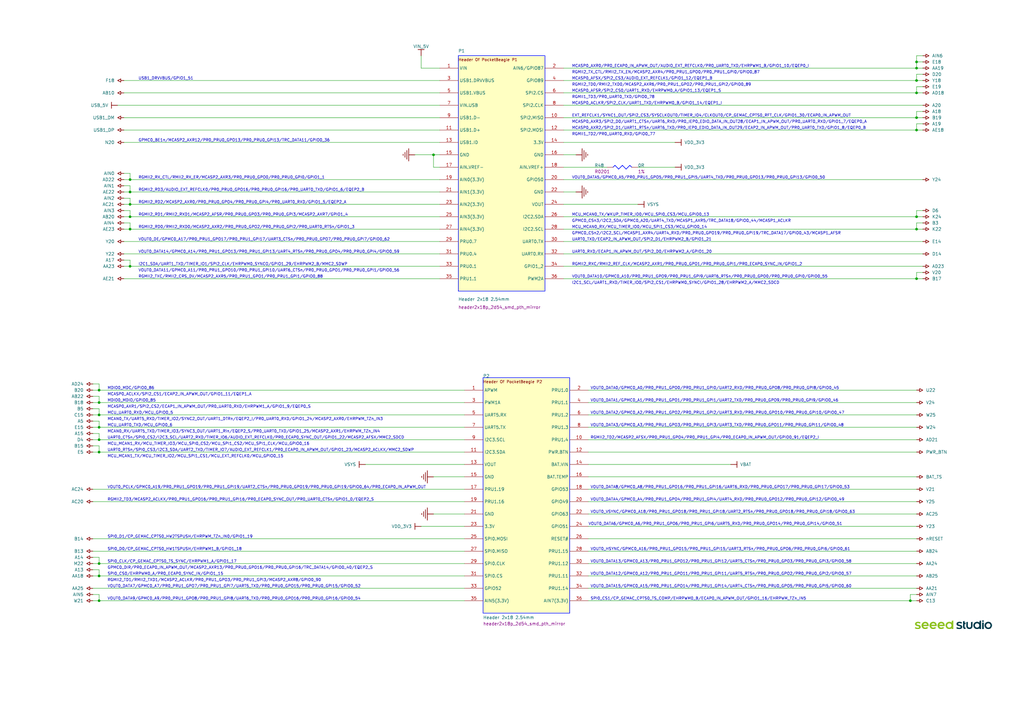
<source format=kicad_sch>
(kicad_sch (version 20231120) (generator "eeschema") (generator_version "8.0")
  (paper "User" 419.989 297.002)
  (junction (at 375.92 25.4))
  (junction (at 40.64 160.02))
  (junction (at 375.92 114.3))
  (junction (at 375.92 53.34))
  (junction (at 53.34 83.82))
  (junction (at 375.92 38.1))
  (junction (at 375.92 33.02))
  (junction (at 40.64 185.42))
  (junction (at 53.34 93.98))
  (junction (at 53.34 109.22))
  (junction (at 40.64 236.22))
  (junction (at 40.64 175.26))
  (junction (at 40.64 170.18))
  (junction (at 375.92 88.9))
  (junction (at 373.38 246.38))
  (junction (at 40.64 180.34))
  (junction (at 40.64 231.14))
  (junction (at 40.64 246.38))
  (junction (at 375.92 27.94))
  (junction (at 53.34 73.66))
  (junction (at 53.34 78.74))
  (junction (at 53.34 88.9))
  (junction (at 40.64 165.1))
  (junction (at 375.92 93.98))
  (junction (at 177.8 63.5))
  (junction (at 375.92 48.26))
  (wire (pts (xy 40.64 236.22) (xy 40.64 233.68)))
  (wire (pts (xy 231.14 93.98) (xy 375.92 93.98)))
  (wire (pts (xy 40.64 157.48) (xy 40.64 160.02)))
  (wire (pts (xy 38.1 167.64) (xy 40.64 167.64)))
  (wire (pts (xy 40.64 165.1) (xy 190.5 165.1)))
  (wire (pts (xy 180.34 43.18) (xy 48.26 43.18)))
  (wire (pts (xy 375.92 33.02) (xy 378.46 33.02)))
  (wire (pts (xy 38.1 185.42) (xy 40.64 185.42)))
  (wire (pts (xy 231.14 114.3) (xy 375.92 114.3)))
  (wire (pts (xy 38.1 165.1) (xy 40.64 165.1)))
  (wire (pts (xy 190.5 226.06) (xy 38.1 226.06)))
  (wire (pts (xy 170.18 63.5) (xy 177.8 63.5)))
  (wire (pts (xy 177.8 68.58) (xy 177.8 63.5)))
  (wire (pts (xy 40.64 182.88) (xy 38.1 182.88)))
  (wire (pts (xy 53.34 83.82) (xy 180.34 83.82)))
  (wire (pts (xy 375.92 215.9) (xy 241.3 215.9)))
  (wire (pts (xy 38.1 172.72) (xy 40.64 172.72)))
  (wire (pts (xy 299.72 190.5) (xy 241.3 190.5)))
  (wire (pts (xy 378.46 30.48) (xy 375.92 30.48)))
  (wire (pts (xy 375.92 45.72) (xy 375.92 48.26)))
  (wire (pts (xy 40.64 185.42) (xy 190.5 185.42)))
  (wire (pts (xy 50.8 86.36) (xy 53.34 86.36)))
  (wire (pts (xy 375.92 195.58) (xy 241.3 195.58)))
  (wire (pts (xy 375.92 210.82) (xy 241.3 210.82)))
  (wire (pts (xy 53.34 93.98) (xy 53.34 91.44)))
  (wire (pts (xy 53.34 81.28) (xy 50.8 81.28)))
  (wire (pts (xy 378.46 50.8) (xy 375.92 50.8)))
  (wire (pts (xy 375.92 93.98) (xy 378.46 93.98)))
  (wire (pts (xy 180.34 99.06) (xy 50.8 99.06)))
  (wire (pts (xy 375.92 86.36) (xy 375.92 88.9)))
  (wire (pts (xy 38.1 246.38) (xy 40.64 246.38)))
  (wire (pts (xy 231.14 88.9) (xy 375.92 88.9)))
  (wire (pts (xy 378.46 104.14) (xy 231.14 104.14)))
  (wire (pts (xy 190.5 220.98) (xy 38.1 220.98)))
  (wire (pts (xy 375.92 220.98) (xy 241.3 220.98)))
  (wire (pts (xy 180.34 58.42) (xy 50.8 58.42)))
  (wire (pts (xy 375.92 180.34) (xy 241.3 180.34)))
  (wire (pts (xy 375.92 185.42) (xy 241.3 185.42)))
  (wire (pts (xy 231.14 27.94) (xy 375.92 27.94)))
  (wire (pts (xy 231.14 33.02) (xy 375.92 33.02)))
  (wire (pts (xy 53.34 73.66) (xy 180.34 73.66)))
  (wire (pts (xy 378.46 73.66) (xy 231.14 73.66)))
  (wire (pts (xy 378.46 43.18) (xy 231.14 43.18)))
  (wire (pts (xy 375.92 241.3) (xy 241.3 241.3)))
  (wire (pts (xy 241.3 205.74) (xy 375.92 205.74)))
  (wire (pts (xy 180.34 104.14) (xy 50.8 104.14)))
  (wire (pts (xy 190.5 210.82) (xy 177.8 210.82)))
  (wire (pts (xy 53.34 91.44) (xy 50.8 91.44)))
  (wire (pts (xy 375.92 35.56) (xy 375.92 38.1)))
  (wire (pts (xy 375.92 50.8) (xy 375.92 53.34)))
  (wire (pts (xy 236.22 63.5) (xy 231.14 63.5)))
  (wire (pts (xy 40.64 231.14) (xy 190.5 231.14)))
  (wire (pts (xy 38.1 170.18) (xy 40.64 170.18)))
  (wire (pts (xy 378.46 99.06) (xy 231.14 99.06)))
  (wire (pts (xy 40.64 231.14) (xy 40.64 228.6)))
  (wire (pts (xy 248.92 68.58) (xy 231.14 68.58)))
  (wire (pts (xy 38.1 175.26) (xy 40.64 175.26)))
  (wire (pts (xy 40.64 246.38) (xy 40.64 243.84)))
  (wire (pts (xy 40.64 246.38) (xy 190.5 246.38)))
  (wire (pts (xy 375.92 38.1) (xy 378.46 38.1)))
  (wire (pts (xy 375.92 27.94) (xy 375.92 25.4)))
  (wire (pts (xy 378.46 35.56) (xy 375.92 35.56)))
  (wire (pts (xy 53.34 106.68) (xy 50.8 106.68)))
  (wire (pts (xy 378.46 111.76) (xy 375.92 111.76)))
  (wire (pts (xy 38.1 157.48) (xy 40.64 157.48)))
  (wire (pts (xy 261.62 83.82) (xy 231.14 83.82)))
  (wire (pts (xy 53.34 109.22) (xy 180.34 109.22)))
  (wire (pts (xy 40.64 180.34) (xy 40.64 177.8)))
  (wire (pts (xy 375.92 165.1) (xy 241.3 165.1)))
  (wire (pts (xy 53.34 71.12) (xy 50.8 71.12)))
  (wire (pts (xy 40.64 170.18) (xy 190.5 170.18)))
  (wire (pts (xy 180.34 38.1) (xy 50.8 38.1)))
  (wire (pts (xy 375.92 22.86) (xy 378.46 22.86)))
  (wire (pts (xy 375.92 200.66) (xy 241.3 200.66)))
  (wire (pts (xy 38.1 162.56) (xy 40.64 162.56)))
  (wire (pts (xy 378.46 86.36) (xy 375.92 86.36)))
  (wire (pts (xy 375.92 114.3) (xy 378.46 114.3)))
  (wire (pts (xy 375.92 25.4) (xy 375.92 22.86)))
  (wire (pts (xy 40.64 228.6) (xy 38.1 228.6)))
  (wire (pts (xy 375.92 160.02) (xy 241.3 160.02)))
  (wire (pts (xy 53.34 78.74) (xy 53.34 76.2)))
  (wire (pts (xy 375.92 236.22) (xy 241.3 236.22)))
  (wire (pts (xy 190.5 241.3) (xy 38.1 241.3)))
  (wire (pts (xy 38.1 200.66) (xy 190.5 200.66)))
  (wire (pts (xy 40.64 162.56) (xy 40.64 165.1)))
  (wire (pts (xy 378.46 91.44) (xy 375.92 91.44)))
  (wire (pts (xy 373.38 243.84) (xy 373.38 246.38)))
  (wire (pts (xy 375.92 53.34) (xy 378.46 53.34)))
  (wire (pts (xy 40.64 185.42) (xy 40.64 182.88)))
  (wire (pts (xy 180.34 33.02) (xy 50.8 33.02)))
  (wire (pts (xy 375.92 243.84) (xy 373.38 243.84)))
  (wire (pts (xy 53.34 93.98) (xy 180.34 93.98)))
  (wire (pts (xy 375.92 226.06) (xy 241.3 226.06)))
  (wire (pts (xy 53.34 73.66) (xy 53.34 71.12)))
  (wire (pts (xy 231.14 53.34) (xy 375.92 53.34)))
  (wire (pts (xy 375.92 111.76) (xy 375.92 114.3)))
  (wire (pts (xy 40.64 180.34) (xy 190.5 180.34)))
  (wire (pts (xy 236.22 78.74) (xy 231.14 78.74)))
  (wire (pts (xy 50.8 93.98) (xy 53.34 93.98)))
  (wire (pts (xy 375.92 231.14) (xy 241.3 231.14)))
  (wire (pts (xy 53.34 109.22) (xy 53.34 106.68)))
  (wire (pts (xy 50.8 73.66) (xy 53.34 73.66)))
  (wire (pts (xy 53.34 86.36) (xy 53.34 88.9)))
  (wire (pts (xy 180.34 27.94) (xy 172.72 27.94)))
  (wire (pts (xy 375.92 175.26) (xy 241.3 175.26)))
  (wire (pts (xy 38.1 231.14) (xy 40.64 231.14)))
  (wire (pts (xy 276.86 58.42) (xy 231.14 58.42)))
  (wire (pts (xy 40.64 177.8) (xy 38.1 177.8)))
  (wire (pts (xy 276.86 68.58) (xy 261.62 68.58)))
  (wire (pts (xy 172.72 27.94) (xy 172.72 22.86)))
  (wire (pts (xy 40.64 243.84) (xy 38.1 243.84)))
  (wire (pts (xy 40.64 175.26) (xy 190.5 175.26)))
  (wire (pts (xy 38.1 160.02) (xy 40.64 160.02)))
  (wire (pts (xy 190.5 190.5) (xy 149.86 190.5)))
  (wire (pts (xy 50.8 78.74) (xy 53.34 78.74)))
  (wire (pts (xy 53.34 76.2) (xy 50.8 76.2)))
  (wire (pts (xy 40.64 167.64) (xy 40.64 170.18)))
  (wire (pts (xy 50.8 83.82) (xy 53.34 83.82)))
  (wire (pts (xy 38.1 236.22) (xy 40.64 236.22)))
  (wire (pts (xy 38.1 180.34) (xy 40.64 180.34)))
  (wire (pts (xy 53.34 83.82) (xy 53.34 81.28)))
  (wire (pts (xy 231.14 48.26) (xy 375.92 48.26)))
  (wire (pts (xy 378.46 45.72) (xy 375.92 45.72)))
  (wire (pts (xy 40.64 236.22) (xy 190.5 236.22)))
  (wire (pts (xy 53.34 78.74) (xy 180.34 78.74)))
  (wire (pts (xy 190.5 215.9) (xy 172.72 215.9)))
  (wire (pts (xy 373.38 246.38) (xy 375.92 246.38)))
  (wire (pts (xy 231.14 38.1) (xy 375.92 38.1)))
  (wire (pts (xy 375.92 88.9) (xy 378.46 88.9)))
  (wire (pts (xy 180.34 68.58) (xy 177.8 68.58)))
  (wire (pts (xy 378.46 109.22) (xy 231.14 109.22)))
  (wire (pts (xy 40.64 233.68) (xy 38.1 233.68)))
  (wire (pts (xy 40.64 160.02) (xy 190.5 160.02)))
  (wire (pts (xy 177.8 63.5) (xy 180.34 63.5)))
  (wire (pts (xy 190.5 195.58) (xy 177.8 195.58)))
  (wire (pts (xy 53.34 88.9) (xy 180.34 88.9)))
  (wire (pts (xy 378.46 25.4) (xy 375.92 25.4)))
  (wire (pts (xy 50.8 88.9) (xy 53.34 88.9)))
  (wire (pts (xy 40.64 172.72) (xy 40.64 175.26)))
  (wire (pts (xy 190.5 205.74) (xy 38.1 205.74)))
  (wire (pts (xy 375.92 27.94) (xy 378.46 27.94)))
  (wire (pts (xy 180.34 48.26) (xy 50.8 48.26)))
  (wire (pts (xy 375.92 48.26) (xy 378.46 48.26)))
  (wire (pts (xy 50.8 109.22) (xy 53.34 109.22)))
  (wire (pts (xy 180.34 53.34) (xy 50.8 53.34)))
  (wire (pts (xy 375.92 170.18) (xy 241.3 170.18)))
  (wire (pts (xy 375.92 30.48) (xy 375.92 33.02)))
  (wire (pts (xy 241.3 246.38) (xy 373.38 246.38)))
  (wire (pts (xy 375.92 91.44) (xy 375.92 93.98)))
  (wire (pts (xy 180.34 114.3) (xy 50.8 114.3)))
  (image (at 390.9945 256.413) (scale 0.481127))
  (text_box "VOUT0_DATA13/GPMC0_A13/PR0_PRU1_GPO12/PR0_PRU1_GPI12/UART5_CTSn/PR0_PRU0_GPO3/PR0_PRU0_GPI3/GPIO0_58\n" (at 368.808 230.886 0) (size -127.508 -2.286) (stroke (width -0.0001) (color 0 0 0 1)) (effects (font (size 1.143 1.143)) (justify left top)))
  (text_box "RGMII1_TD2/PR0_UART0_RXD/GPIO0_77\n" (at 276.098 55.626 0) (size -42.418 -2.286) (stroke (width -0.0001) (color 0 0 0 1)) (effects (font (size 1.143 1.143)) (justify left top)))
  (text_box "MCASP0_ACLKX/SPI2_CS1/ECAP2_IN_APWM_OUT/GPIO1_11/EQEP1_A\n" (at 114.808 162.306 0) (size -71.628 -2.286) (stroke (width -0.0001) (color 0 0 0 1)) (effects (font (size 1.143 1.143)) (justify left top)))
  (text_box "I2C1_SCL/UART1_RXD/TIMER_IO0/SPI2_CS1/EHRPWM0_SYNCI/GPIO1_28/EHRPWM2_A/MMC2_SDCD\n" (at 335.788 116.586 0) (size -102.108 -2.286) (stroke (width -0.0001) (color 0 0 0 1)) (effects (font (size 1.143 1.143)) (justify left top)))
  (text_box "VOUT0_DATA14/GPMC0_A14/PR0_PRU1_GPO13/PR0_PRU1_GPI13/UART4_RTSn/PR0_PRU0_GPO4/PR0_PRU0_GPI4/GPIO0_59\n" (at 183.388 103.886 0) (size -127.508 -2.286) (stroke (width -0.0001) (color 0 0 0 1)) (effects (font (size 1.143 1.143)) (justify left top)))
  (text_box "GPMC0_CSn2/I2C2_SCL/MCASP1_AXR4/UART4_RXD/PR0_PRU0_GPO19/PR0_PRU0_GPI19/TRC_DATA17/GPIO0_43/MCASP1_AFSR\n" (at 364.998 96.266 0) (size -131.318 -2.286) (stroke (width -0.0001) (color 0 0 0 1)) (effects (font (size 1.143 1.143)) (justify left top)))
  (text_box "MCASP0_ACLKR/SPI2_CLK/UART1_TXD/EHRPWM0_B/GPIO1_14/EQEP1_I\n" (at 307.848 42.926 0) (size -74.168 -2.286) (stroke (width -0.0001) (color 0 0 0 1)) (effects (font (size 1.143 1.143)) (justify left top)))
  (text_box "VOUT0_DATA7/GPMC0_A7/PR0_PRU1_GPO7/PR0_PRU1_GPI7/UART5_TXD/PR0_PRU0_GPO15/PR0_PRU0_GPI15/GPIO0_52\n" (at 166.878 241.046 0) (size -123.698 -2.286) (stroke (width -0.0001) (color 0 0 0 1)) (effects (font (size 1.143 1.143)) (justify left top)))
  (text_box "VOUT0_DATA9/GPMC0_A9/PR0_PRU1_GPO8/PR0_PRU1_GPI8/UART6_TXD/PR0_PRU0_GPO16/PR0_PRU0_GPI16/GPIO0_54\n" (at 166.878 246.126 0) (size -123.698 -2.286) (stroke (width -0.0001) (color 0 0 0 1)) (effects (font (size 1.143 1.143)) (justify left top)))
  (text_box "GPMC0_CSn3/I2C2_SDA/GPMC0_A20/UART4_TXD/MCASP1_AXR5/TRC_DATA18/GPIO0_44/MCASP1_ACLKR\n" (at 340.868 91.186 0) (size -107.188 -2.286) (stroke (width -0.0001) (color 0 0 0 1)) (effects (font (size 1.143 1.143)) (justify left top)))
  (text_box "VOUT0_DATA5/GPMC0_A5/PR0_PRU1_GPO5/PR0_PRU1_GPI5/UART4_TXD/PR0_PRU0_GPO13/PR0_PRU0_GPI13/GPIO0_50\n" (at 357.378 73.406 0) (size -123.698 -2.286) (stroke (width -0.0001) (color 0 0 0 1)) (effects (font (size 1.143 1.143)) (justify left top)))
  (text_box "VOUT0_DATA4/GPMC0_A4/PR0_PRU1_GPO4/PR0_PRU1_GPI4/UART4_RXD/PR0_PRU0_GPO12/PR0_PRU0_GPI12/GPIO0_49\n" (at 364.998 205.486 0) (size -123.698 -2.286) (stroke (width -0.0001) (color 0 0 0 1)) (effects (font (size 1.143 1.143)) (justify left top)))
  (text_box "UART0_CTSn/SPI0_CS2/I2C3_SCL/UART2_RXD/TIMER_IO6/AUDIO_EXT_REFCLK0/PR0_ECAP0_SYNC_OUT/GPIO1_22/MCASP2_AFSX/MMC2_SDCD\n" (at 191.008 180.086 0) (size -147.828 -2.286) (stroke (width -0.0001) (color 0 0 0 1)) (effects (font (size 1.143 1.143)) (justify left top)))
  (text_box "MCU_UART0_TXD/MCU_GPIO0_6\n" (at 75.438 175.006 0) (size -32.258 -2.286) (stroke (width -0.0001) (color 0 0 0 1)) (effects (font (size 1.143 1.143)) (justify left top)))
  (text_box "GPMC0_DIR/PR0_ECAP0_IN_APWM_OUT/MCASP2_AXR13/PR0_PRU0_GPO16/PR0_PRU0_GPI16/TRC_DATA14/GPIO0_40/EQEP2_S\n" (at 173.228 233.426 0) (size -130.048 -2.286) (stroke (width -0.0001) (color 0 0 0 1)) (effects (font (size 1.143 1.143)) (justify left top)))
  (text_box "VOUT0_DE/GPMC0_A17/PR0_PRU1_GPO17/PR0_PRU1_GPI17/UART3_CTSn/PR0_PRU0_GPO7/PR0_PRU0_GPI7/GPIO0_62\n" (at 178.308 98.806 0) (size -122.428 -2.286) (stroke (width -0.0001) (color 0 0 0 1)) (effects (font (size 1.143 1.143)) (justify left top)))
  (text_box "VOUT0_VSYNC/GPMC0_A18/PR0_PRU1_GPO18/PR0_PRU1_GPI18/UART2_RTSn/PR0_PRU0_GPO18/PR0_PRU0_GPI18/GPIO0_63\n" (at 370.078 210.566 0) (size -128.778 -2.286) (stroke (width -0.0001) (color 0 0 0 1)) (effects (font (size 1.143 1.143)) (justify left top)))
  (text_box "RGMII2_RD3/AUDIO_EXT_REFCLK0/PR0_PRU0_GPO16/PR0_PRU0_GPI16/PR0_UART0_TXD/GPIO1_6/EQEP2_B\n" (at 168.148 78.486 0) (size -112.268 -2.286) (stroke (width -0.0001) (color 0 0 0 1)) (effects (font (size 1.143 1.143)) (justify left top)))
  (text_box "MCASP0_AFSR/SPI2_CS0/UART1_RXD/EHRPWM0_A/GPIO1_13/EQEP1_S\n" (at 306.578 37.846 0) (size -72.898 -2.286) (stroke (width -0.0001) (color 0 0 0 1)) (effects (font (size 1.143 1.143)) (justify left top)))
  (text_box "VOUT0_DATA10/GPMC0_A10/PR0_PRU1_GPO9/PR0_PRU1_GPI9/UART6_RTSn/PR0_PRU0_GPO0/PR0_PRU0_GPI0/GPIO0_55\n" (at 358.648 114.046 0) (size -124.968 -2.286) (stroke (width -0.0001) (color 0 0 0 1)) (effects (font (size 1.143 1.143)) (justify left top)))
  (text_box "MCASP0_AXR0/PR0_ECAP0_IN_APWM_OUT/AUDIO_EXT_REFCLK0/PR0_UART0_TXD/EHRPWM1_B/GPIO1_10/EQEP0_I\n" (at 351.028 27.686 0) (size -117.348 -2.286) (stroke (width -0.0001) (color 0 0 0 1)) (effects (font (size 1.143 1.143)) (justify left top)))
  (text_box "SPI0_CLK/CP_GEMAC_CPTS0_TS_SYNC/EHRPWM1_A/GPIO1_17\n" (at 107.188 230.886 0) (size -64.008 -2.286) (stroke (width -0.0001) (color 0 0 0 1)) (effects (font (size 1.143 1.143)) (justify left top)))
  (text_box "MCASP0_AFSX/SPI2_CS3/AUDIO_EXT_REFCLK1/GPIO1_12/EQEP1_B\n" (at 304.038 32.766 0) (size -70.358 -2.286) (stroke (width -0.0001) (color 0 0 0 1)) (effects (font (size 1.143 1.143)) (justify left top)))
  (text_box "USB1_DRVVBUS/GPIO1_51\n" (at 83.058 32.766 0) (size -27.178 -2.286) (stroke (width -0.0001) (color 0 0 0 1)) (effects (font (size 1.143 1.143)) (justify left top)))
  (text_box "RGMII2_TD2/MCASP2_AFSX/PR0_PRU1_GPO4/PR0_PRU1_GPI4/PR0_ECAP0_IN_APWM_OUT/GPIO0_91/EQEP2_I\n" (at 354.838 180.086 0) (size -113.538 -2.286) (stroke (width -0.0001) (color 0 0 0 1)) (effects (font (size 1.143 1.143)) (justify left top)))
  (text_box "VOUT0_DATA15/GPMC0_A15/PR0_PRU1_GPO14/PR0_PRU1_GPI14/UART4_CTSn/PR0_PRU0_GPO5/PR0_PRU0_GPI5/GPIO0_60\n" (at 368.808 241.046 0) (size -127.508 -2.286) (stroke (width -0.0001) (color 0 0 0 1)) (effects (font (size 1.143 1.143)) (justify left top)))
  (text_box "VOUT0_DATA1/GPMC0_A1/PR0_PRU1_GPO1/PR0_PRU1_GPI1/UART2_TXD/PR0_PRU0_GPO9/PR0_PRU0_GPI9/GPIO0_46\n" (at 362.458 164.846 0) (size -121.158 -2.286) (stroke (width -0.0001) (color 0 0 0 1)) (effects (font (size 1.143 1.143)) (justify left top)))
  (text_box "VOUT0_DATA3/GPMC0_A3/PR0_PRU1_GPO3/PR0_PRU1_GPI3/UART3_TXD/PR0_PRU0_GPO11/PR0_PRU0_GPI11/GPIO0_48\n" (at 364.998 175.006 0) (size -123.698 -2.286) (stroke (width -0.0001) (color 0 0 0 1)) (effects (font (size 1.143 1.143)) (justify left top)))
  (text_box "MCASP0_AXR3/SPI2_D0/UART1_CTSn/UART6_RXD/PR0_IEP0_EDIO_DATA_IN_OUT28/ECAP1_IN_APWM_OUT/PR0_UART0_RXD/GPIO1_7/EQEP0_A\n" (at 381.508 50.546 0) (size -147.828 -2.286) (stroke (width -0.0001) (color 0 0 0 1)) (effects (font (size 1.143 1.143)) (justify left top)))
  (text_box "VOUT0_DATA11/GPMC0_A11/PR0_PRU1_GPO10/PR0_PRU1_GPI10/UART6_CTSn/PR0_PRU0_GPO1/PR0_PRU0_GPI1/GPIO0_56\n" (at 183.388 111.506 0) (size -127.508 -2.286) (stroke (width -0.0001) (color 0 0 0 1)) (effects (font (size 1.143 1.143)) (justify left top)))
  (text_box "RGMII2_TD0/RMII2_TXD0/MCASP2_AXR6/PR0_PRU1_GPO2/PR0_PRU1_GPI2/GPIO0_89\n" (at 323.088 35.306 0) (size -89.408 -2.286) (stroke (width -0.0001) (color 0 0 0 1)) (effects (font (size 1.143 1.143)) (justify left top)))
  (text_box "MCU_MCAN1_TX/MCU_TIMER_IO2/MCU_SPI1_CS1/MCU_EXT_REFCLK0/MCU_GPIO0_15\n" (at 130.048 187.706 0) (size -86.868 -2.286) (stroke (width -0.0001) (color 0 0 0 1)) (effects (font (size 1.143 1.143)) (justify left top)))
  (text_box "I2C1_SDA/UART1_TXD/TIMER_IO1/SPI2_CLK/EHRPWM0_SYNCO/GPIO1_29/EHRPWM2_B/MMC2_SDWP\n" (at 157.988 108.966 0) (size -102.108 -2.286) (stroke (width -0.0001) (color 0 0 0 1)) (effects (font (size 1.143 1.143)) (justify left top)))
  (text_box "RGMII2_RD1/RMII2_RXD1/MCASP2_AFSR/PR0_PRU0_GPO3/PR0_PRU0_GPI3/MCASP2_AXR7/GPIO1_4\n" (at 159.258 88.646 0) (size -103.378 -2.286) (stroke (width -0.0001) (color 0 0 0 1)) (effects (font (size 1.143 1.143)) (justify left top)))
  (text_box "MCU_UART0_RXD/MCU_GPIO0_5\n" (at 75.438 169.926 0) (size -32.258 -2.286) (stroke (width -0.0001) (color 0 0 0 1)) (effects (font (size 1.143 1.143)) (justify left top)))
  (text_box "RGMII2_RXC/RMII2_REF_CLK/MCASP2_AXR1/PR0_PRU0_GPO1/PR0_PRU0_GPI1/PR0_ECAP0_SYNC_IN/GPIO1_2\n" (at 348.488 108.966 0) (size -114.808 -2.286) (stroke (width -0.0001) (color 0 0 0 1)) (effects (font (size 1.143 1.143)) (justify left top)))
  (text_box "RGMII2_RD0/RMII2_RXD0/MCASP2_AXR2/PR0_PRU0_GPO2/PR0_PRU0_GPI2/PR0_UART0_RTSn/GPIO1_3\n" (at 163.068 93.726 0) (size -107.188 -2.286) (stroke (width -0.0001) (color 0 0 0 1)) (effects (font (size 1.143 1.143)) (justify left top)))
  (text_box "MCASP0_AXR1/SPI2_CS2/ECAP1_IN_APWM_OUT/PR0_UART0_RXD/EHRPWM1_A/GPIO1_9/EQEP0_S\n" (at 142.748 167.386 0) (size -99.568 -2.286) (stroke (width -0.0001) (color 0 0 0 1)) (effects (font (size 1.143 1.143)) (justify left top)))
  (text_box "MDIO0_MDIO/GPIO0_85\n" (at 67.818 164.846 0) (size -24.638 -2.286) (stroke (width -0.0001) (color 0 0 0 1)) (effects (font (size 1.143 1.143)) (justify left top)))
  (text_box "SPI0_D0/CP_GEMAC_CPTS0_HW1TSPUSH/EHRPWM1_B/GPIO1_18\n" (at 108.458 225.806 0) (size -65.278 -2.286) (stroke (width -0.0001) (color 0 0 0 1)) (effects (font (size 1.143 1.143)) (justify left top)))
  (text_box "SPI0_CS0/EHRPWM0_A/PR0_ECAP0_SYNC_IN/GPIO1_15\n" (at 100.838 235.966 0) (size -57.658 -2.286) (stroke (width -0.0001) (color 0 0 0 1)) (effects (font (size 1.143 1.143)) (justify left top)))
  (text_box "EXT_REFCLK1/SYNC1_OUT/SPI2_CS3/SYSCLKOUT0/TIMER_IO4/CLKOUT0/CP_GEMAC_CPTS0_RFT_CLK/GPIO1_30/ECAP0_IN_APWM_OUT\n" (at 372.618 48.006 0) (size -138.938 -2.286) (stroke (width -0.0001) (color 0 0 0 1)) (effects (font (size 1.143 1.143)) (justify left top)))
  (text_box "MCU_MCAN0_RX/MCU_TIMER_IO0/MCU_SPI1_CS3/MCU_GPIO0_14\n" (at 300.228 93.726 0) (size -66.548 -2.286) (stroke (width -0.0001) (color 0 0 0 1)) (effects (font (size 1.143 1.143)) (justify left top)))
  (text_box "RGMII2_TD1/RMII2_TXD1/MCASP2_ACLKR/PR0_PRU1_GPO3/PR0_PRU1_GPI3/MCASP2_AXR8/GPIO0_90\n" (at 149.098 238.506 0) (size -105.918 -2.286) (stroke (width -0.0001) (color 0 0 0 1)) (effects (font (size 1.143 1.143)) (justify left top)))
  (text_box "VOUT0_PCLK/GPMC0_A19/PR0_PRU1_GPO19/PR0_PRU1_GPI19/UART2_CTSn/PR0_PRU0_GPO19/PR0_PRU0_GPI19/GPIO0_64/PR0_ECAP0_IN_APWM_OUT\n" (at 198.628 200.406 0) (size -155.448 -2.286) (stroke (width -0.0001) (color 0 0 0 1)) (effects (font (size 1.143 1.143)) (justify left top)))
  (text_box "VOUT0_DATA8/GPMC0_A8/PR0_PRU1_GPO16/PR0_PRU1_GPI16/UART6_RXD/PR0_PRU0_GPO17/PR0_PRU0_GPI17/GPIO0_53\n" (at 367.538 200.406 0) (size -126.238 -2.286) (stroke (width -0.0001) (color 0 0 0 1)) (effects (font (size 1.143 1.143)) (justify left top)))
  (text_box "UART0_RTSn/SPI0_CS3/I2C3_SDA/UART2_TXD/TIMER_IO7/AUDIO_EXT_REFCLK1/PR0_ECAP0_IN_APWM_OUT/GPIO1_23/MCASP2_ACLKX/MMC2_SDWP\n" (at 196.088 185.166 0) (size -152.908 -2.286) (stroke (width -0.0001) (color 0 0 0 1)) (effects (font (size 1.143 1.143)) (justify left top)))
  (text_box "GPMC0_BE1n/MCASP2_AXR12/PR0_PRU0_GPO13/PR0_PRU0_GPI13/TRC_DATA11/GPIO0_36\n" (at 149.098 58.166 0) (size -93.218 -2.286) (stroke (width -0.0001) (color 0 0 0 1)) (effects (font (size 1.143 1.143)) (justify left top)))
  (text_box "MCU_MCAN1_RX/MCU_TIMER_IO3/MCU_SPI0_CS2/MCU_SPI1_CS2/MCU_SPI1_CLK/MCU_GPIO0_16\n" (at 142.748 182.626 0) (size -99.568 -2.286) (stroke (width -0.0001) (color 0 0 0 1)) (effects (font (size 1.143 1.143)) (justify left top)))
  (text_box "RGMII2_TX_CTL/RMII2_TX_EN/MCASP2_AXR4/PR0_PRU1_GPO0/PR0_PRU1_GPI0/GPIO0_87\n" (at 328.168 30.226 0) (size -94.488 -2.286) (stroke (width -0.0001) (color 0 0 0 1)) (effects (font (size 1.143 1.143)) (justify left top)))
  (text_box "MCU_MCAN0_TX/WKUP_TIMER_IO0/MCU_SPI0_CS3/MCU_GPIO0_13\n" (at 301.498 88.646 0) (size -67.818 -2.286) (stroke (width -0.0001) (color 0 0 0 1)) (effects (font (size 1.143 1.143)) (justify left top)))
  (text_box "MCASP0_AXR2/SPI2_D1/UART1_RTSn/UART6_TXD/PR0_IEP0_EDIO_DATA_IN_OUT29/ECAP2_IN_APWM_OUT/PR0_UART0_TXD/GPIO1_8/EQEP0_B\n" (at 381.508 53.086 0) (size -147.828 -2.286) (stroke (width -0.0001) (color 0 0 0 1)) (effects (font (size 1.143 1.143)) (justify left top)))
  (text_box "RGMII2_TXC/RMII2_CRS_DV/MCASP2_AXR5/PR0_PRU1_GPO1/PR0_PRU1_GPI1/GPIO0_88\n" (at 147.828 114.046 0) (size -91.948 -2.286) (stroke (width -0.0001) (color 0 0 0 1)) (effects (font (size 1.143 1.143)) (justify left top)))
  (text_box "MCAN0_TX/UART5_RXD/TIMER_IO2/SYNC2_OUT/UART1_DTRn/EQEP2_I/PR0_UART0_RXD/GPIO1_24/MCASP2_AXR0/EHRPWM_TZn_IN3\n" (at 179.578 172.466 0) (size -136.398 -2.286) (stroke (width -0.0001) (color 0 0 0 1)) (effects (font (size 1.143 1.143)) (justify left top)))
  (text_box "VOUT0_DATA2/GPMC0_A2/PR0_PRU1_GPO2/PR0_PRU1_GPI2/UART3_RXD/PR0_PRU0_GPO10/PR0_PRU0_GPI10/GPIO0_47\n" (at 364.998 169.926 0) (size -123.698 -2.286) (stroke (width -0.0001) (color 0 0 0 1)) (effects (font (size 1.143 1.143)) (justify left top)))
  (text_box "RGMII2_RD2/MCASP2_AXR0/PR0_PRU0_GPO4/PR0_PRU0_GPI4/PR0_UART0_RXD/GPIO1_5/EQEP2_A\n" (at 157.988 83.566 0) (size -102.108 -2.286) (stroke (width -0.0001) (color 0 0 0 1)) (effects (font (size 1.143 1.143)) (justify left top)))
  (text_box "MDIO0_MDC/GPIO0_86\n" (at 66.548 159.766 0) (size -23.368 -2.286) (stroke (width -0.0001) (color 0 0 0 1)) (effects (font (size 1.143 1.143)) (justify left top)))
  (text_box "RGMII1_TD3/PR0_UART0_TXD/GPIO0_78\n" (at 276.098 40.386 0) (size -42.418 -2.286) (stroke (width -0.0001) (color 0 0 0 1)) (effects (font (size 1.143 1.143)) (justify left top)))
  (text_box "RGMII2_TD3/MCASP2_ACLKX/PR0_PRU1_GPO16/PR0_PRU1_GPI16/PR0_ECAP0_SYNC_OUT/PR0_UART0_CTSn/GPIO1_0/EQEP2_S\n" (at 174.498 205.486 0) (size -131.318 -2.286) (stroke (width -0.0001) (color 0 0 0 1)) (effects (font (size 1.143 1.143)) (justify left top)))
  (text_box "MCAN0_RX/UART5_TXD/TIMER_IO3/SYNC3_OUT/UART1_RIn/EQEP2_S/PR0_UART0_TXD/GPIO1_25/MCASP2_AXR1/EHRPWM_TZn_IN4\n" (at 178.308 177.546 0) (size -135.128 -2.286) (stroke (width -0.0001) (color 0 0 0 1)) (effects (font (size 1.143 1.143)) (justify left top)))
  (text_box "VOUT0_HSYNC/GPMC0_A16/PR0_PRU1_GPO15/PR0_PRU1_GPI15/UART3_RTSn/PR0_PRU0_GPO6/PR0_PRU0_GPI6/GPIO0_61\n" (at 367.538 225.806 0) (size -126.238 -2.286) (stroke (width -0.0001) (color 0 0 0 1)) (effects (font (size 1.143 1.143)) (justify left top)))
  (text_box "VOUT0_DATA12/GPMC0_A12/PR0_PRU1_GPO11/PR0_PRU1_GPI11/UART5_RTSn/PR0_PRU0_GPO2/PR0_PRU0_GPI2/GPIO0_57\n" (at 368.808 235.966 0) (size -127.508 -2.286) (stroke (width -0.0001) (color 0 0 0 1)) (effects (font (size 1.143 1.143)) (justify left top)))
  (text_box "SPI0_D1/CP_GEMAC_CPTS0_HW2TSPUSH/EHRPWM_TZn_IN0/GPIO1_19\n" (at 114.808 220.726 0) (size -71.628 -2.286) (stroke (width -0.0001) (color 0 0 0 1)) (effects (font (size 1.143 1.143)) (justify left top)))
  (text_box "UART0_TXD/ECAP2_IN_APWM_OUT/SPI2_D1/EHRPWM2_B/GPIO1_21\n" (at 302.768 98.806 0) (size -69.088 -2.286) (stroke (width -0.0001) (color 0 0 0 1)) (effects (font (size 1.143 1.143)) (justify left top)))
  (text_box "UART0_RXD/ECAP1_IN_APWM_OUT/SPI2_D0/EHRPWM2_A/GPIO1_20\n" (at 302.768 103.886 0) (size -69.088 -2.286) (stroke (width -0.0001) (color 0 0 0 1)) (effects (font (size 1.143 1.143)) (justify left top)))
  (text_box "SPI0_CS1/CP_GEMAC_CPTS0_TS_COMP/EHRPWM0_B/ECAP0_IN_APWM_OUT/GPIO1_16/EHRPWM_TZn_IN5\n" (at 347.218 246.126 0) (size -105.918 -2.286) (stroke (width -0.0001) (color 0 0 0 1)) (effects (font (size 1.143 1.143)) (justify left top)))
  (text_box "RGMII2_RX_CTL/RMII2_RX_ER/MCASP2_AXR3/PR0_PRU0_GPO0/PR0_PRU0_GPI0/GPIO1_1\n" (at 149.098 73.406 0) (size -93.218 -2.286) (stroke (width -0.0001) (color 0 0 0 1)) (effects (font (size 1.143 1.143)) (justify left top)))
  (text_box "VOUT0_DATA0/GPMC0_A0/PR0_PRU1_GPO0/PR0_PRU1_GPI0/UART2_RXD/PR0_PRU0_GPO8/PR0_PRU0_GPI8/GPIO0_45\n" (at 362.458 159.766 0) (size -121.158 -2.286) (stroke (width -0.0001) (color 0 0 0 1)) (effects (font (size 1.143 1.143)) (justify left top)))
  (text "VOUT0_DATA6/GPMC0_A6/PR0_PRU1_GPO6/PR0_PRU1_GPI6/UART5_RXD/PR0_PRU0_GPO14/PR0_PRU0_GPI14/GPIO0_51" (at 241.3 215.646 0) (effects (font (size 1.143 1.143)) (justify left bottom)))
  (symbol (lib_id "pocketbeagle2-kicad-altium-import:GND_POWER_GROUND") (at 177.8 195.58 270) (unit 1)
    (property "Reference" "#PWR?" (effects (hide yes)))
    (property "Value" "GND" (effects (hide yes)))
  )
  (symbol (lib_id "pocketbeagle2-kicad-altium-import:AD24_ARROW") (at 38.1 157.48 270) (unit 1)
    (property "Reference" "#PWR?" (effects (hide yes)))
    (property "Value" "AD24" (at 34.29 157.48 90) (effects (justify right)))
  )
  (symbol (lib_id "pocketbeagle2-kicad-altium-import:AA18_ARROW") (at 38.1 236.22 270) (unit 1)
    (property "Reference" "#PWR?" (effects (hide yes)))
    (property "Value" "AA18" (at 34.29 236.22 90) (effects (justify right)))
  )
  (symbol (lib_id "pocketbeagle2-kicad-altium-import:D6_ARROW") (at 378.46 86.36 90) (unit 1)
    (property "Reference" "#PWR?" (effects (hide yes)))
    (property "Value" "D6" (at 382.27 86.36 90) (effects (justify right)))
  )
  (symbol (lib_id "pocketbeagle2-kicad-altium-import:Y20_ARROW") (at 50.8 99.06 270) (unit 1)
    (property "Reference" "#PWR?" (effects (hide yes)))
    (property "Value" "Y20" (at 46.99 99.06 90) (effects (justify right)))
  )
  (symbol (lib_id "pocketbeagle2-kicad-altium-import:AA24_ARROW") (at 375.92 231.14 90) (unit 1)
    (property "Reference" "#PWR?" (effects (hide yes)))
    (property "Value" "AA24" (at 379.73 231.14 90) (effects (justify right)))
  )
  (symbol (lib_id "pocketbeagle2-kicad-altium-import:GND_POWER_GROUND") (at 236.22 78.74 90) (unit 1)
    (property "Reference" "#PWR?" (effects (hide yes)))
    (property "Value" "GND" (effects (hide yes)))
  )
  (symbol (lib_id "pocketbeagle2-kicad-altium-import:PWR_BTN_ARROW") (at 375.92 185.42 90) (unit 1)
    (property "Reference" "#PWR?" (effects (hide yes)))
    (property "Value" "PWR_BTN" (at 379.73 185.42 90) (effects (justify right)))
  )
  (symbol (lib_id "pocketbeagle2-kicad-altium-import:D4_ARROW") (at 38.1 180.34 270) (unit 1)
    (property "Reference" "#PWR?" (effects (hide yes)))
    (property "Value" "D4" (at 34.29 180.34 90) (effects (justify right)))
  )
  (symbol (lib_id "pocketbeagle2-kicad-altium-import:AE21_ARROW") (at 50.8 114.3 270) (unit 1)
    (property "Reference" "#PWR?" (effects (hide yes)))
    (property "Value" "AE21" (at 46.99 114.3 90) (effects (justify right)))
  )
  (symbol (lib_id "pocketbeagle2-kicad-altium-import:W25_ARROW") (at 375.92 170.18 90) (unit 1)
    (property "Reference" "#PWR?" (effects (hide yes)))
    (property "Value" "W25" (at 379.73 170.18 90) (effects (justify right)))
  )
  (symbol (lib_id "pocketbeagle2-kicad-altium-import:V24_ARROW") (at 375.92 165.1 90) (unit 1)
    (property "Reference" "#PWR?" (effects (hide yes)))
    (property "Value" "V24" (at 379.73 165.1 90) (effects (justify right)))
  )
  (symbol (lib_id "pocketbeagle2-kicad-altium-import:AB24_ARROW") (at 375.92 226.06 90) (unit 1)
    (property "Reference" "#PWR?" (effects (hide yes)))
    (property "Value" "AB24" (at 379.73 226.06 90) (effects (justify right)))
  )
  (symbol (lib_id "pocketbeagle2-kicad-altium-import:Y23_ARROW") (at 375.92 215.9 90) (unit 1)
    (property "Reference" "#PWR?" (effects (hide yes)))
    (property "Value" "Y23" (at 379.73 215.9 90) (effects (justify right)))
  )
  (symbol (lib_id "pocketbeagle2-kicad-altium-import:C13_ARROW") (at 375.92 246.38 90) (unit 1)
    (property "Reference" "#PWR?" (effects (hide yes)))
    (property "Value" "C13" (at 379.73 246.38 90) (effects (justify right)))
  )
  (symbol (lib_id "pocketbeagle2-kicad-altium-import:A15_ARROW") (at 38.1 177.8 270) (unit 1)
    (property "Reference" "#PWR?" (effects (hide yes)))
    (property "Value" "A15" (at 34.29 177.8 90) (effects (justify right)))
  )
  (symbol (lib_id "pocketbeagle2-kicad-altium-import:AIN1_ARROW") (at 50.8 76.2 270) (unit 1)
    (property "Reference" "#PWR?" (effects (hide yes)))
    (property "Value" "AIN1" (at 46.99 76.2 90) (effects (justify right)))
  )
  (symbol (lib_id "pocketbeagle2-kicad-altium-import:Y25_ARROW") (at 375.92 205.74 90) (unit 1)
    (property "Reference" "#PWR?" (effects (hide yes)))
    (property "Value" "Y25" (at 379.73 205.74 90) (effects (justify right)))
  )
  (symbol (lib_id "pocketbeagle2-kicad-altium-import:V20_ARROW") (at 378.46 111.76 90) (unit 1)
    (property "Reference" "#PWR?" (effects (hide yes)))
    (property "Value" "V20" (at 382.27 111.76 90) (effects (justify right)))
  )
  (symbol (lib_id "pocketbeagle2-kicad-altium-import:root_0_Header 2x18 Of PocketBeagle2 P1") (at 187.96 22.86 0) (unit 1)
    (property "Reference" "P1" (at 187.96 21.59 0) (effects (justify left bottom)))
    (property "Value" "Header 2x18 2.54mm" (at 187.96 123.444 0) (effects (justify left bottom)))
    (property "Footprint" "header2x18p_2d54_smd_pth_mirror" (effects (hide yes)))
    (property "Description" "SMD+DIP Black Female Header;2*18P-2.54*3.55-3.0mm" (effects (hide yes)))
    (property "PCB FOOTPRINT" "header2x18p_2d54_smd_pth_mirror" (at 187.96 126.746 0) (effects (justify left bottom)))
    (property "STATUS" "PocketBeagle2" (effects (hide yes)))
    (property "TEMPERATURE" "-40¡ãC to 105¡ãC" (effects (hide yes)))
    (property "MANUFACTURER PART NUMBER" "ST-FH-254-0109-2X18PIN" (effects (hide yes)))
    (property "PN" "320031544" (effects (hide yes)))
    (property "PACKAGE SIZE" "2.54*3.55-3.0mm" (effects (hide yes)))
    (property "COMPANY PART STATUS" "PocketBeagle2" (effects (hide yes)))
    (property "CLASS" "IO" (effects (hide yes)))
    (property "MANUFACTURER" "Ë¼ÍØÕ¹" (effects (hide yes)))
  )
  (symbol (lib_id "pocketbeagle2-kicad-altium-import:VDD_3V3_BAR") (at 276.86 58.42 90) (unit 1)
    (property "Reference" "#PWR?" (effects (hide yes)))
    (property "Value" "VDD_3V3" (at 280.67 58.42 90) (effects (justify right)))
  )
  (symbol (lib_id "pocketbeagle2-kicad-altium-import:K24_ARROW") (at 378.46 88.9 90) (unit 1)
    (property "Reference" "#PWR?" (effects (hide yes)))
    (property "Value" "K24" (at 382.27 88.9 90) (effects (justify right)))
  )
  (symbol (lib_id "pocketbeagle2-kicad-altium-import:GND_POWER_GROUND") (at 177.8 210.82 270) (unit 1)
    (property "Reference" "#PWR?" (effects (hide yes)))
    (property "Value" "GND" (effects (hide yes)))
  )
  (symbol (lib_id "pocketbeagle2-kicad-altium-import:B18_ARROW") (at 38.1 165.1 270) (unit 1)
    (property "Reference" "#PWR?" (effects (hide yes)))
    (property "Value" "B18" (at 34.29 165.1 90) (effects (justify right)))
  )
  (symbol (lib_id "pocketbeagle2-kicad-altium-import:Y22_ARROW") (at 50.8 104.14 270) (unit 1)
    (property "Reference" "#PWR?" (effects (hide yes)))
    (property "Value" "Y22" (at 46.99 104.14 90) (effects (justify right)))
  )
  (symbol (lib_id "pocketbeagle2-kicad-altium-import:B20_ARROW") (at 38.1 160.02 270) (unit 1)
    (property "Reference" "#PWR?" (effects (hide yes)))
    (property "Value" "B20" (at 34.29 160.02 90) (effects (justify right)))
  )
  (symbol (lib_id "pocketbeagle2-kicad-altium-import:AD21_ARROW") (at 375.92 180.34 90) (unit 1)
    (property "Reference" "#PWR?" (effects (hide yes)))
    (property "Value" "AD21" (at 379.73 180.34 90) (effects (justify right)))
  )
  (symbol (lib_id "pocketbeagle2-kicad-altium-import:AE18_ARROW") (at 378.46 53.34 90) (unit 1)
    (property "Reference" "#PWR?" (effects (hide yes)))
    (property "Value" "AE18" (at 382.27 53.34 90) (effects (justify right)))
  )
  (symbol (lib_id "pocketbeagle2-kicad-altium-import:nRESET_ARROW") (at 375.92 220.98 90) (unit 1)
    (property "Reference" "#PWR?" (effects (hide yes)))
    (property "Value" "nRESET" (at 379.73 220.98 90) (effects (justify right)))
  )
  (symbol (lib_id "pocketbeagle2-kicad-altium-import:AIN7_ARROW") (at 375.92 243.84 90) (unit 1)
    (property "Reference" "#PWR?" (effects (hide yes)))
    (property "Value" "AIN7" (at 379.73 243.84 90) (effects (justify right)))
  )
  (symbol (lib_id "pocketbeagle2-kicad-altium-import:AC20_ARROW") (at 38.1 205.74 270) (unit 1)
    (property "Reference" "#PWR?" (effects (hide yes)))
    (property "Value" "AC20" (at 34.29 205.74 90) (effects (justify right)))
  )
  (symbol (lib_id "pocketbeagle2-kicad-altium-import:VDD_3V3_BAR") (at 172.72 215.9 270) (unit 1)
    (property "Reference" "#PWR?" (effects (hide yes)))
    (property "Value" "VDD_3V3" (at 168.91 215.9 90) (effects (justify right)))
  )
  (symbol (lib_id "pocketbeagle2-kicad-altium-import:W21_ARROW") (at 38.1 246.38 270) (unit 1)
    (property "Reference" "#PWR?" (effects (hide yes)))
    (property "Value" "W21" (at 34.29 246.38 90) (effects (justify right)))
  )
  (symbol (lib_id "pocketbeagle2-kicad-altium-import:A18_ARROW") (at 378.46 45.72 90) (unit 1)
    (property "Reference" "#PWR?" (effects (hide yes)))
    (property "Value" "A18" (at 382.27 45.72 90) (effects (justify right)))
  )
  (symbol (lib_id "pocketbeagle2-kicad-altium-import:AB20_ARROW") (at 50.8 88.9 270) (unit 1)
    (property "Reference" "#PWR?" (effects (hide yes)))
    (property "Value" "AB20" (at 46.99 88.9 90) (effects (justify right)))
  )
  (symbol (lib_id "pocketbeagle2-kicad-altium-import:AIN2_ARROW") (at 50.8 81.28 270) (unit 1)
    (property "Reference" "#PWR?" (effects (hide yes)))
    (property "Value" "AIN2" (at 46.99 81.28 90) (effects (justify right)))
  )
  (symbol (lib_id "pocketbeagle2-kicad-altium-import:root_0_R_1") (at 251.46 66.04 0) (unit 1)
    (property "Reference" "R48" (at 243.84 68.58 0) (effects (justify left bottom)))
    (property "Value" "0R" (at 261.62 68.58 0) (effects (justify left bottom)))
    (property "Footprint" "R0201" (effects (hide yes)))
    (property "Description" "SMD RES 0R-¡À1%-1/20W;0201" (effects (hide yes)))
    (property "RATING" "1%" (at 261.62 71.12 0) (effects (justify left bottom)))
    (property "PCB FOOTPRINT" "R0201" (at 243.84 71.12 0) (effects (justify left bottom)))
    (property "STATUS" "BeagleBone AI TDA4VM" (effects (hide yes)))
    (property "MANUFACTURER PART NUMBER" "RC0201FR-070RL" (effects (hide yes)))
    (property "TEMPERATURE" "-55¡ãC to 125¡ãC" (effects (hide yes)))
    (property "MANUFACTURER" "YAGEO" (effects (hide yes)))
    (property "CLASS" "DISCRETE" (effects (hide yes)))
    (property "RATED POWER" "1/20W" (effects (hide yes)))
    (property "COMPANY PART STATUS" "BeagleBone Carrier Board" (effects (hide yes)))
    (property "PACKAGE SIZE" "0201" (effects (hide yes)))
    (property "PN" "301010525" (effects (hide yes)))
  )
  (symbol (lib_id "pocketbeagle2-kicad-altium-import:Y18_ARROW") (at 378.46 33.02 90) (unit 1)
    (property "Reference" "#PWR?" (effects (hide yes)))
    (property "Value" "Y18" (at 382.27 33.02 90) (effects (justify right)))
  )
  (symbol (lib_id "pocketbeagle2-kicad-altium-import:A14_ARROW") (at 38.1 228.6 270) (unit 1)
    (property "Reference" "#PWR?" (effects (hide yes)))
    (property "Value" "A14" (at 34.29 228.6 90) (effects (justify right)))
  )
  (symbol (lib_id "pocketbeagle2-kicad-altium-import:E15_ARROW") (at 38.1 175.26 270) (unit 1)
    (property "Reference" "#PWR?" (effects (hide yes)))
    (property "Value" "E15" (at 34.29 175.26 90) (effects (justify right)))
  )
  (symbol (lib_id "pocketbeagle2-kicad-altium-import:AIN5_ARROW") (at 38.1 243.84 270) (unit 1)
    (property "Reference" "#PWR?" (effects (hide yes)))
    (property "Value" "AIN5" (at 34.29 243.84 90) (effects (justify right)))
  )
  (symbol (lib_id "pocketbeagle2-kicad-altium-import:K22_ARROW") (at 378.46 93.98 90) (unit 1)
    (property "Reference" "#PWR?" (effects (hide yes)))
    (property "Value" "K22" (at 382.27 93.98 90) (effects (justify right)))
  )
  (symbol (lib_id "pocketbeagle2-kicad-altium-import:B15_ARROW") (at 38.1 182.88 270) (unit 1)
    (property "Reference" "#PWR?" (effects (hide yes)))
    (property "Value" "B15" (at 34.29 182.88 90) (effects (justify right)))
  )
  (symbol (lib_id "pocketbeagle2-kicad-altium-import:USB_5V_BAR") (at 48.26 43.18 270) (unit 1)
    (property "Reference" "#PWR?" (effects (hide yes)))
    (property "Value" "USB_5V" (at 44.45 43.18 90) (effects (justify right)))
  )
  (symbol (lib_id "pocketbeagle2-kicad-altium-import:VSYS_BAR") (at 149.86 190.5 270) (unit 1)
    (property "Reference" "#PWR?" (effects (hide yes)))
    (property "Value" "VSYS" (at 146.05 190.5 90) (effects (justify right)))
  )
  (symbol (lib_id "pocketbeagle2-kicad-altium-import:D20_ARROW") (at 378.46 30.48 90) (unit 1)
    (property "Reference" "#PWR?" (effects (hide yes)))
    (property "Value" "D20" (at 382.27 30.48 90) (effects (justify right)))
  )
  (symbol (lib_id "pocketbeagle2-kicad-altium-import:E18_ARROW") (at 378.46 25.4 90) (unit 1)
    (property "Reference" "#PWR?" (effects (hide yes)))
    (property "Value" "E18" (at 382.27 25.4 90) (effects (justify right)))
  )
  (symbol (lib_id "pocketbeagle2-kicad-altium-import:A20_ARROW") (at 378.46 43.18 90) (unit 1)
    (property "Reference" "#PWR?" (effects (hide yes)))
    (property "Value" "A20" (at 382.27 43.18 90) (effects (justify right)))
  )
  (symbol (lib_id "pocketbeagle2-kicad-altium-import:GND_POWER_GROUND") (at 170.18 63.5 270) (unit 1)
    (property "Reference" "#PWR?" (effects (hide yes)))
    (property "Value" "GND" (effects (hide yes)))
  )
  (symbol (lib_id "pocketbeagle2-kicad-altium-import:A17_ARROW") (at 50.8 106.68 270) (unit 1)
    (property "Reference" "#PWR?" (effects (hide yes)))
    (property "Value" "A17" (at 46.99 106.68 90) (effects (justify right)))
  )
  (symbol (lib_id "pocketbeagle2-kicad-altium-import:USB1_DP_ARROW") (at 50.8 53.34 270) (unit 1)
    (property "Reference" "#PWR?" (effects (hide yes)))
    (property "Value" "USB1_DP" (at 46.99 53.34 90) (effects (justify right)))
  )
  (symbol (lib_id "pocketbeagle2-kicad-altium-import:B17_ARROW") (at 378.46 114.3 90) (unit 1)
    (property "Reference" "#PWR?" (effects (hide yes)))
    (property "Value" "B17" (at 382.27 114.3 90) (effects (justify right)))
  )
  (symbol (lib_id "pocketbeagle2-kicad-altium-import:AD22_ARROW") (at 50.8 73.66 270) (unit 1)
    (property "Reference" "#PWR?" (effects (hide yes)))
    (property "Value" "AD22" (at 46.99 73.66 90) (effects (justify right)))
  )
  (symbol (lib_id "pocketbeagle2-kicad-altium-import:AD18_ARROW") (at 378.46 38.1 90) (unit 1)
    (property "Reference" "#PWR?" (effects (hide yes)))
    (property "Value" "AD18" (at 382.27 38.1 90) (effects (justify right)))
  )
  (symbol (lib_id "pocketbeagle2-kicad-altium-import:BAT_TS_ARROW") (at 375.92 195.58 90) (unit 1)
    (property "Reference" "#PWR?" (effects (hide yes)))
    (property "Value" "BAT_TS" (at 379.73 195.58 90) (effects (justify right)))
  )
  (symbol (lib_id "pocketbeagle2-kicad-altium-import:GND_POWER_GROUND") (at 236.22 63.5 90) (unit 1)
    (property "Reference" "#PWR?" (effects (hide yes)))
    (property "Value" "GND" (effects (hide yes)))
  )
  (symbol (lib_id "pocketbeagle2-kicad-altium-import:AA25_ARROW") (at 38.1 241.3 270) (unit 1)
    (property "Reference" "#PWR?" (effects (hide yes)))
    (property "Value" "AA25" (at 34.29 241.3 90) (effects (justify right)))
  )
  (symbol (lib_id "pocketbeagle2-kicad-altium-import:AB25_ARROW") (at 375.92 236.22 90) (unit 1)
    (property "Reference" "#PWR?" (effects (hide yes)))
    (property "Value" "AB25" (at 379.73 236.22 90) (effects (justify right)))
  )
  (symbol (lib_id "pocketbeagle2-kicad-altium-import:B19_ARROW") (at 378.46 48.26 90) (unit 1)
    (property "Reference" "#PWR?" (effects (hide yes)))
    (property "Value" "B19" (at 382.27 48.26 90) (effects (justify right)))
  )
  (symbol (lib_id "pocketbeagle2-kicad-altium-import:B5_ARROW") (at 38.1 167.64 270) (unit 1)
    (property "Reference" "#PWR?" (effects (hide yes)))
    (property "Value" "B5" (at 34.29 167.64 90) (effects (justify right)))
  )
  (symbol (lib_id "pocketbeagle2-kicad-altium-import:A5_ARROW") (at 38.1 172.72 270) (unit 1)
    (property "Reference" "#PWR?" (effects (hide yes)))
    (property "Value" "A5" (at 34.29 172.72 90) (effects (justify right)))
  )
  (symbol (lib_id "pocketbeagle2-kicad-altium-import:AC24_ARROW") (at 38.1 200.66 270) (unit 1)
    (property "Reference" "#PWR?" (effects (hide yes)))
    (property "Value" "AC24" (at 34.29 200.66 90) (effects (justify right)))
  )
  (symbol (lib_id "pocketbeagle2-kicad-altium-import:C15_ARROW") (at 38.1 170.18 270) (unit 1)
    (property "Reference" "#PWR?" (effects (hide yes)))
    (property "Value" "C15" (at 34.29 170.18 90) (effects (justify right)))
  )
  (symbol (lib_id "pocketbeagle2-kicad-altium-import:VBAT_BAR") (at 299.72 190.5 90) (unit 1)
    (property "Reference" "#PWR?" (effects (hide yes)))
    (property "Value" "VBAT" (at 303.53 190.5 90) (effects (justify right)))
  )
  (symbol (lib_id "pocketbeagle2-kicad-altium-import:AE22_ARROW") (at 50.8 78.74 270) (unit 1)
    (property "Reference" "#PWR?" (effects (hide yes)))
    (property "Value" "AE22" (at 46.99 78.74 90) (effects (justify right)))
  )
  (symbol (lib_id "pocketbeagle2-kicad-altium-import:E5_ARROW") (at 38.1 185.42 270) (unit 1)
    (property "Reference" "#PWR?" (effects (hide yes)))
    (property "Value" "E5" (at 34.29 185.42 90) (effects (justify right)))
  )
  (symbol (lib_id "pocketbeagle2-kicad-altium-import:AB10_ARROW") (at 50.8 38.1 270) (unit 1)
    (property "Reference" "#PWR?" (effects (hide yes)))
    (property "Value" "AB10" (at 46.99 38.1 90) (effects (justify right)))
  )
  (symbol (lib_id "pocketbeagle2-kicad-altium-import:A13_ARROW") (at 38.1 233.68 270) (unit 1)
    (property "Reference" "#PWR?" (effects (hide yes)))
    (property "Value" "A13" (at 34.29 233.68 90) (effects (justify right)))
  )
  (symbol (lib_id "pocketbeagle2-kicad-altium-import:AC21_ARROW") (at 50.8 83.82 270) (unit 1)
    (property "Reference" "#PWR?" (effects (hide yes)))
    (property "Value" "AC21" (at 46.99 83.82 90) (effects (justify right)))
  )
  (symbol (lib_id "pocketbeagle2-kicad-altium-import:AE23_ARROW") (at 50.8 93.98 270) (unit 1)
    (property "Reference" "#PWR?" (effects (hide yes)))
    (property "Value" "AE23" (at 46.99 93.98 90) (effects (justify right)))
  )
  (symbol (lib_id "pocketbeagle2-kicad-altium-import:B3_ARROW") (at 378.46 91.44 90) (unit 1)
    (property "Reference" "#PWR?" (effects (hide yes)))
    (property "Value" "B3" (at 382.27 91.44 90) (effects (justify right)))
  )
  (symbol (lib_id "pocketbeagle2-kicad-altium-import:Y24_ARROW") (at 378.46 73.66 90) (unit 1)
    (property "Reference" "#PWR?" (effects (hide yes)))
    (property "Value" "Y24" (at 382.27 73.66 90) (effects (justify right)))
  )
  (symbol (lib_id "pocketbeagle2-kicad-altium-import:A19_ARROW") (at 378.46 50.8 90) (unit 1)
    (property "Reference" "#PWR?" (effects (hide yes)))
    (property "Value" "A19" (at 382.27 50.8 90) (effects (justify right)))
  )
  (symbol (lib_id "pocketbeagle2-kicad-altium-import:AIN4_ARROW") (at 50.8 91.44 270) (unit 1)
    (property "Reference" "#PWR?" (effects (hide yes)))
    (property "Value" "AIN4" (at 46.99 91.44 90) (effects (justify right)))
  )
  (symbol (lib_id "pocketbeagle2-kicad-altium-import:AA21_ARROW") (at 375.92 241.3 90) (unit 1)
    (property "Reference" "#PWR?" (effects (hide yes)))
    (property "Value" "AA21" (at 379.73 241.3 90) (effects (justify right)))
  )
  (symbol (lib_id "pocketbeagle2-kicad-altium-import:AIN0_ARROW") (at 50.8 71.12 270) (unit 1)
    (property "Reference" "#PWR?" (effects (hide yes)))
    (property "Value" "AIN0" (at 46.99 71.12 90) (effects (justify right)))
  )
  (symbol (lib_id "pocketbeagle2-kicad-altium-import:M22_ARROW") (at 38.1 231.14 270) (unit 1)
    (property "Reference" "#PWR?" (effects (hide yes)))
    (property "Value" "M22" (at 34.29 231.14 90) (effects (justify right)))
  )
  (symbol (lib_id "pocketbeagle2-kicad-altium-import:AIN3_ARROW") (at 50.8 86.36 270) (unit 1)
    (property "Reference" "#PWR?" (effects (hide yes)))
    (property "Value" "AIN3" (at 46.99 86.36 90) (effects (justify right)))
  )
  (symbol (lib_id "pocketbeagle2-kicad-altium-import:V21_ARROW") (at 375.92 200.66 90) (unit 1)
    (property "Reference" "#PWR?" (effects (hide yes)))
    (property "Value" "V21" (at 379.73 200.66 90) (effects (justify right)))
  )
  (symbol (lib_id "pocketbeagle2-kicad-altium-import:USB1_DM_ARROW") (at 50.8 48.26 270) (unit 1)
    (property "Reference" "#PWR?" (effects (hide yes)))
    (property "Value" "USB1_DM" (at 46.99 48.26 90) (effects (justify right)))
  )
  (symbol (lib_id "pocketbeagle2-kicad-altium-import:VSYS_BAR") (at 261.62 83.82 90) (unit 1)
    (property "Reference" "#PWR?" (effects (hide yes)))
    (property "Value" "VSYS" (at 265.43 83.82 90) (effects (justify right)))
  )
  (symbol (lib_id "pocketbeagle2-kicad-altium-import:AIN6_ARROW") (at 378.46 22.86 90) (unit 1)
    (property "Reference" "#PWR?" (effects (hide yes)))
    (property "Value" "AIN6" (at 382.27 22.86 90) (effects (justify right)))
  )
  (symbol (lib_id "pocketbeagle2-kicad-altium-import:AD23_ARROW") (at 378.46 109.22 90) (unit 1)
    (property "Reference" "#PWR?" (effects (hide yes)))
    (property "Value" "AD23" (at 382.27 109.22 90) (effects (justify right)))
  )
  (symbol (lib_id "pocketbeagle2-kicad-altium-import:VDD_3V3_BAR") (at 276.86 68.58 90) (unit 1)
    (property "Reference" "#PWR?" (effects (hide yes)))
    (property "Value" "VDD_3V3" (at 280.67 68.58 90) (effects (justify right)))
  )
  (symbol (lib_id "pocketbeagle2-kicad-altium-import:AC25_ARROW") (at 375.92 210.82 90) (unit 1)
    (property "Reference" "#PWR?" (effects (hide yes)))
    (property "Value" "AC25" (at 379.73 210.82 90) (effects (justify right)))
  )
  (symbol (lib_id "pocketbeagle2-kicad-altium-import:AA19_ARROW") (at 378.46 27.94 90) (unit 1)
    (property "Reference" "#PWR?" (effects (hide yes)))
    (property "Value" "AA19" (at 382.27 27.94 90) (effects (justify right)))
  )
  (symbol (lib_id "pocketbeagle2-kicad-altium-import:U22_ARROW") (at 375.92 160.02 90) (unit 1)
    (property "Reference" "#PWR?" (effects (hide yes)))
    (property "Value" "U22" (at 379.73 160.02 90) (effects (justify right)))
  )
  (symbol (lib_id "pocketbeagle2-kicad-altium-import:N20_ARROW") (at 50.8 58.42 270) (unit 1)
    (property "Reference" "#PWR?" (effects (hide yes)))
    (property "Value" "N20" (at 46.99 58.42 90) (effects (justify right)))
  )
  (symbol (lib_id "pocketbeagle2-kicad-altium-import:B14_ARROW") (at 38.1 220.98 270) (unit 1)
    (property "Reference" "#PWR?" (effects (hide yes)))
    (property "Value" "B14" (at 34.29 220.98 90) (effects (justify right)))
  )
  (symbol (lib_id "pocketbeagle2-kicad-altium-import:AA23_ARROW") (at 50.8 109.22 270) (unit 1)
    (property "Reference" "#PWR?" (effects (hide yes)))
    (property "Value" "AA23" (at 46.99 109.22 90) (effects (justify right)))
  )
  (symbol (lib_id "pocketbeagle2-kicad-altium-import:E14_ARROW") (at 378.46 99.06 90) (unit 1)
    (property "Reference" "#PWR?" (effects (hide yes)))
    (property "Value" "E14" (at 382.27 99.06 90) (effects (justify right)))
  )
  (symbol (lib_id "pocketbeagle2-kicad-altium-import:W24_ARROW") (at 375.92 175.26 90) (unit 1)
    (property "Reference" "#PWR?" (effects (hide yes)))
    (property "Value" "W24" (at 379.73 175.26 90) (effects (justify right)))
  )
  (symbol (lib_id "pocketbeagle2-kicad-altium-import:VIN_5V_BAR") (at 172.72 22.86 180) (unit 1)
    (property "Reference" "#PWR?" (effects (hide yes)))
    (property "Value" "VIN_5V" (at 172.72 19.05 0))
  )
  (symbol (lib_id "pocketbeagle2-kicad-altium-import:E19_ARROW") (at 378.46 35.56 90) (unit 1)
    (property "Reference" "#PWR?" (effects (hide yes)))
    (property "Value" "E19" (at 382.27 35.56 90) (effects (justify right)))
  )
  (symbol (lib_id "pocketbeagle2-kicad-altium-import:F18_ARROW") (at 50.8 33.02 270) (unit 1)
    (property "Reference" "#PWR?" (effects (hide yes)))
    (property "Value" "F18" (at 46.99 33.02 90) (effects (justify right)))
  )
  (symbol (lib_id "pocketbeagle2-kicad-altium-import:root_0_Header 2x18 Of PocketBeagle2 P2") (at 198.12 154.94 0) (unit 1)
    (property "Reference" "P2" (at 198.12 154.94 0) (effects (justify left bottom)))
    (property "Value" "Header 2x18 2.54mm" (at 198.12 254 0) (effects (justify left bottom)))
    (property "Footprint" "header2x18p_2d54_smd_pth_mirror" (effects (hide yes)))
    (property "Description" "SMD+DIP Black Female Header;2*18P-2.54*3.55-3.0mm" (effects (hide yes)))
    (property "PCB FOOTPRINT" "header2x18p_2d54_smd_pth_mirror" (at 198.12 256.54 0) (effects (justify left bottom)))
    (property "STATUS" "PocketBeagle2" (effects (hide yes)))
    (property "TEMPERATURE" "-40¡ãC to 105¡ãC" (effects (hide yes)))
    (property "PN" "320031544" (effects (hide yes)))
    (property "PACKAGE SIZE" "2.54*3.55-3.0mm" (effects (hide yes)))
    (property "COMPANY PART STATUS" "PocketBeagle2" (effects (hide yes)))
    (property "CLASS" "IO" (effects (hide yes)))
    (property "MANUFACTURER" "Ë¼ÍØÕ¹" (effects (hide yes)))
    (property "MANUFACTURER PART NUMBER" "ST-FH-254-0109-2X18PIN" (effects (hide yes)))
  )
  (symbol (lib_id "pocketbeagle2-kicad-altium-import:B13_ARROW") (at 38.1 226.06 270) (unit 1)
    (property "Reference" "#PWR?" (effects (hide yes)))
    (property "Value" "B13" (at 34.29 226.06 90) (effects (justify right)))
  )
  (symbol (lib_id "pocketbeagle2-kicad-altium-import:AB22_ARROW") (at 38.1 162.56 270) (unit 1)
    (property "Reference" "#PWR?" (effects (hide yes)))
    (property "Value" "AB22" (at 34.29 162.56 90) (effects (justify right)))
  )
  (symbol (lib_id "pocketbeagle2-kicad-altium-import:D14_ARROW") (at 378.46 104.14 90) (unit 1)
    (property "Reference" "#PWR?" (effects (hide yes)))
    (property "Value" "D14" (at 382.27 104.14 90) (effects (justify right)))
  )
)
</source>
